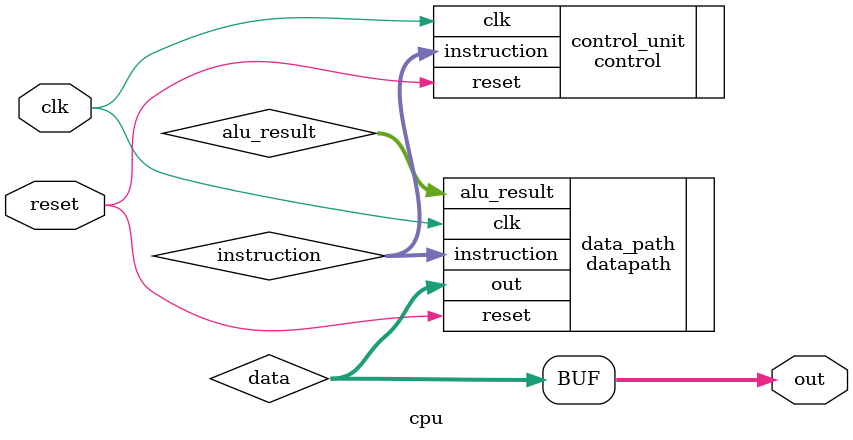
<source format=v>
module cpu (
	input clk,
	input reset, 
	output [7:0] out
);

	wire [7:0] instruction;
	wire [7:0] data;
	wire [7:0] alu_result;
	wire [7:0] program_counter;
	
	control control_unit (
		.clk(clk),
		.reset(reset),
		.instruction(instruction)
	);
	
	datapath data_path (
		.clk(clk),
		.reset(reset),
		.instruction(instruction),
		.alu_result(alu_result),
		.out(data)
	);
	
	assign program_counter = program_counter + 1;
	
	assign out = data;
endmodule
</source>
